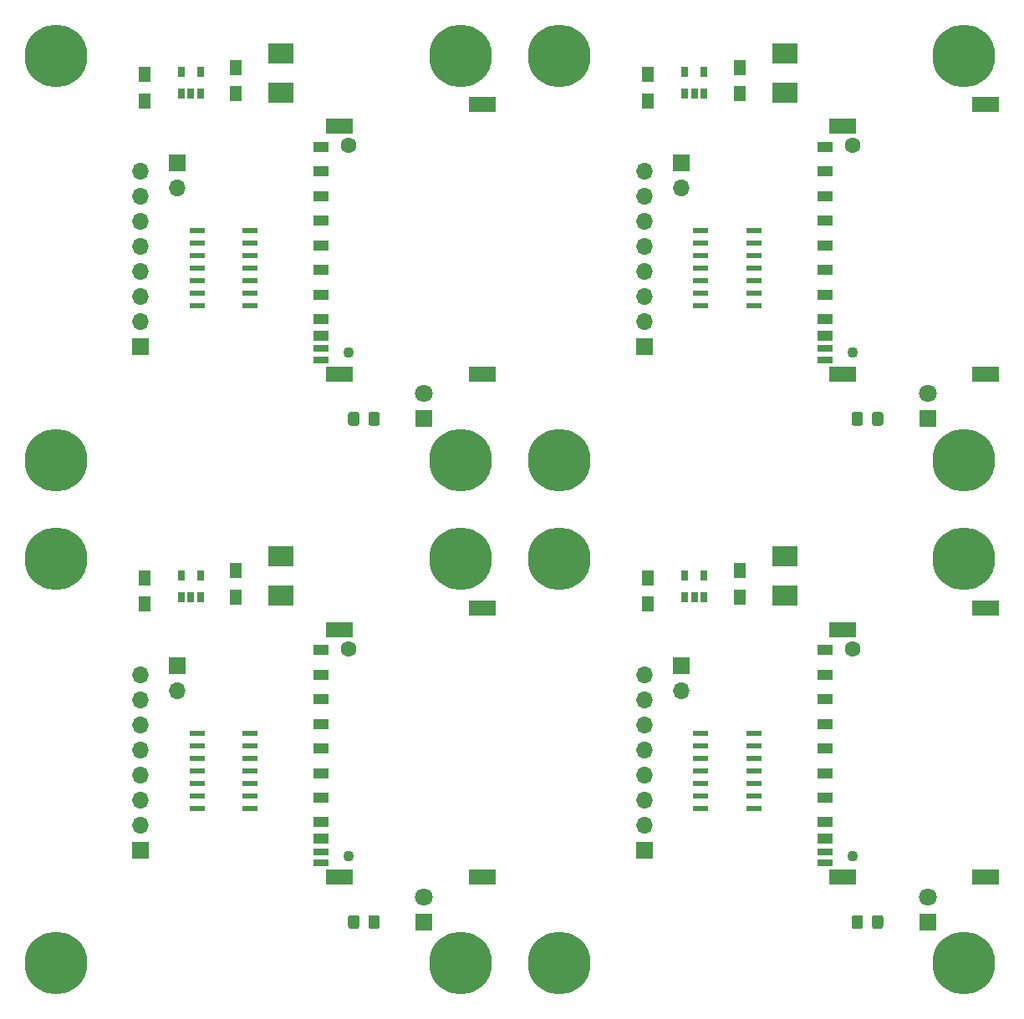
<source format=gts>
%MOIN*%
%OFA0B0*%
%FSLAX46Y46*%
%IPPOS*%
%LPD*%
%ADD10C,0.25*%
%ADD11R,0.0984251968503937X0.07874015748031496*%
%ADD12R,0.051181102362204731X0.059055118110236227*%
%ADD13R,0.070866141732283464X0.070866141732283464*%
%ADD14C,0.070866141732283464*%
%ADD15R,0.059055118110236227X0.027559055118110236*%
%ADD16C,0.062992125984251982*%
%ADD17R,0.059055118110236227X0.03937007874015748*%
%ADD18R,0.11023622047244094X0.059055118110236227*%
%ADD19C,0.043307086614173235*%
%ADD20R,0.025590551181102365X0.041732283464566935*%
%ADD21R,0.066929133858267723X0.066929133858267723*%
%ADD22O,0.066929133858267723X0.066929133858267723*%
%ADD23R,0.059055118110236227X0.023622047244094488*%
%ADD34C,0.25*%
%ADD35R,0.0984251968503937X0.07874015748031496*%
%ADD36R,0.051181102362204731X0.059055118110236227*%
%ADD37R,0.070866141732283464X0.070866141732283464*%
%ADD38C,0.070866141732283464*%
%ADD39R,0.059055118110236227X0.027559055118110236*%
%ADD40C,0.062992125984251982*%
%ADD41R,0.059055118110236227X0.03937007874015748*%
%ADD42R,0.11023622047244094X0.059055118110236227*%
%ADD43C,0.043307086614173235*%
%ADD44R,0.025590551181102365X0.041732283464566935*%
%ADD45R,0.066929133858267723X0.066929133858267723*%
%ADD46O,0.066929133858267723X0.066929133858267723*%
%ADD47R,0.059055118110236227X0.023622047244094488*%
%ADD48C,0.25*%
%ADD49R,0.0984251968503937X0.07874015748031496*%
%ADD50R,0.051181102362204731X0.059055118110236227*%
%ADD51R,0.070866141732283464X0.070866141732283464*%
%ADD52C,0.070866141732283464*%
%ADD53R,0.059055118110236227X0.027559055118110236*%
%ADD54C,0.062992125984251982*%
%ADD55R,0.059055118110236227X0.03937007874015748*%
%ADD56R,0.11023622047244094X0.059055118110236227*%
%ADD57C,0.043307086614173235*%
%ADD58R,0.025590551181102365X0.041732283464566935*%
%ADD59R,0.066929133858267723X0.066929133858267723*%
%ADD60O,0.066929133858267723X0.066929133858267723*%
%ADD61R,0.059055118110236227X0.023622047244094488*%
%ADD62C,0.25*%
%ADD63R,0.0984251968503937X0.07874015748031496*%
%ADD64R,0.051181102362204731X0.059055118110236227*%
%ADD65R,0.070866141732283464X0.070866141732283464*%
%ADD66C,0.070866141732283464*%
%ADD67R,0.059055118110236227X0.027559055118110236*%
%ADD68C,0.062992125984251982*%
%ADD69R,0.059055118110236227X0.03937007874015748*%
%ADD70R,0.11023622047244094X0.059055118110236227*%
%ADD71C,0.043307086614173235*%
%ADD72R,0.025590551181102365X0.041732283464566935*%
%ADD73R,0.066929133858267723X0.066929133858267723*%
%ADD74O,0.066929133858267723X0.066929133858267723*%
%ADD75R,0.059055118110236227X0.023622047244094488*%
G01*
D10*
X-0000393700Y0002322834D02*
X0000157480Y0000157480D03*
X0001771653Y0000157480D03*
X0001771653Y0001771653D03*
X0000157480Y0001771653D03*
D11*
X0001056299Y0001781574D03*
X0001056299Y0001624094D03*
D12*
X0000876299Y0001725984D03*
X0000876299Y0001619685D03*
X0000510551Y0001697165D03*
X0000510551Y0001590866D03*
D13*
X0001626299Y0000322834D03*
D14*
X0001626299Y0000422834D03*
D15*
X0001216062Y0000557992D03*
X0001216062Y0000602874D03*
D16*
X0001326299Y0001413110D03*
D17*
X0001216062Y0001211535D03*
X0001216062Y0001309960D03*
X0001216062Y0001113110D03*
X0001216062Y0001014685D03*
X0001216062Y0000916259D03*
X0001216062Y0000817834D03*
X0001216062Y0000722559D03*
X0001216062Y0000655629D03*
X0001216062Y0001408385D03*
D18*
X0001286929Y0001489881D03*
X0001286929Y0000501692D03*
X0001857795Y0000501692D03*
X0001857795Y0001576496D03*
D19*
X0001326299Y0000586338D03*
G36*
G01*
X0001323307Y0000305118D02*
X0001323307Y0000340551D01*
G75*
G02*
X0001333149Y0000350393I0000009842D01*
G01*
X0001358740Y0000350393D01*
G75*
G02*
X0001368582Y0000340551J-0000009842D01*
G01*
X0001368582Y0000305118D01*
G75*
G02*
X0001358740Y0000295275I-0000009842D01*
G01*
X0001333149Y0000295275D01*
G75*
G02*
X0001323307Y0000305118J0000009842D01*
G01*
G37*
G36*
G01*
X0001404015Y0000305118D02*
X0001404015Y0000340551D01*
G75*
G02*
X0001413858Y0000350393I0000009842D01*
G01*
X0001439448Y0000350393D01*
G75*
G02*
X0001449291Y0000340551J-0000009842D01*
G01*
X0001449291Y0000305118D01*
G75*
G02*
X0001439448Y0000295275I-0000009842D01*
G01*
X0001413858Y0000295275D01*
G75*
G02*
X0001404015Y0000305118J0000009842D01*
G01*
G37*
D20*
X0000658897Y0001619527D03*
X0000696299Y0001619527D03*
X0000733700Y0001619527D03*
X0000733700Y0001706141D03*
X0000658897Y0001706141D03*
D21*
X0000496062Y0000610236D03*
D22*
X0000496062Y0000710236D03*
X0000496062Y0000810236D03*
X0000496062Y0000910236D03*
X0000496062Y0001010236D03*
X0000496062Y0001110236D03*
X0000496062Y0001210236D03*
X0000496062Y0001310236D03*
D23*
X0000933070Y0000775196D03*
X0000933070Y0000825196D03*
X0000933070Y0000875196D03*
X0000933070Y0000925196D03*
X0000933070Y0000975196D03*
X0000933070Y0001025196D03*
X0000933070Y0001075196D03*
X0000720472Y0001075196D03*
X0000720472Y0001025196D03*
X0000720472Y0000975196D03*
X0000720472Y0000925196D03*
X0000720472Y0000875196D03*
X0000720472Y0000825196D03*
X0000720472Y0000775196D03*
D21*
X0000642716Y0001345472D03*
D22*
X0000642716Y0001245472D03*
G04 next file*
G04 #@! TF.GenerationSoftware,KiCad,Pcbnew,(5.1.10)-1*
G04 #@! TF.CreationDate,2021-09-22T18:41:59-04:00*
G04 #@! TF.ProjectId,SD_CARD_X49,53445f43-4152-4445-9f58-34392e6b6963,1*
G04 #@! TF.SameCoordinates,Original*
G04 #@! TF.FileFunction,Soldermask,Top*
G04 #@! TF.FilePolarity,Negative*
G04 Gerber Fmt 4.6, Leading zero omitted, Abs format (unit mm)*
G04 Created by KiCad (PCBNEW (5.1.10)-1) date 2021-09-22 18:41:59*
G01*
G04 APERTURE LIST*
G04 APERTURE END LIST*
D34*
X0001614173Y0002322834D02*
X0002165354Y0000157480D03*
X0003779527Y0000157480D03*
X0003779527Y0001771653D03*
X0002165354Y0001771653D03*
D35*
X0003064173Y0001781574D03*
X0003064173Y0001624094D03*
D36*
X0002884173Y0001725984D03*
X0002884173Y0001619685D03*
X0002518425Y0001697165D03*
X0002518425Y0001590866D03*
D37*
X0003634173Y0000322834D03*
D38*
X0003634173Y0000422834D03*
D39*
X0003223937Y0000557992D03*
X0003223937Y0000602874D03*
D40*
X0003334173Y0001413110D03*
D41*
X0003223937Y0001211535D03*
X0003223937Y0001309960D03*
X0003223937Y0001113110D03*
X0003223937Y0001014685D03*
X0003223937Y0000916259D03*
X0003223937Y0000817834D03*
X0003223937Y0000722559D03*
X0003223937Y0000655629D03*
X0003223937Y0001408385D03*
D42*
X0003294803Y0001489881D03*
X0003294803Y0000501692D03*
X0003865669Y0000501692D03*
X0003865669Y0001576496D03*
D43*
X0003334173Y0000586338D03*
G36*
G01*
X0003331181Y0000305118D02*
X0003331181Y0000340551D01*
G75*
G02*
X0003341023Y0000350393I0000009842D01*
G01*
X0003366614Y0000350393D01*
G75*
G02*
X0003376456Y0000340551J-0000009842D01*
G01*
X0003376456Y0000305118D01*
G75*
G02*
X0003366614Y0000295275I-0000009842D01*
G01*
X0003341023Y0000295275D01*
G75*
G02*
X0003331181Y0000305118J0000009842D01*
G01*
G37*
G36*
G01*
X0003411889Y0000305118D02*
X0003411889Y0000340551D01*
G75*
G02*
X0003421732Y0000350393I0000009842D01*
G01*
X0003447322Y0000350393D01*
G75*
G02*
X0003457165Y0000340551J-0000009842D01*
G01*
X0003457165Y0000305118D01*
G75*
G02*
X0003447322Y0000295275I-0000009842D01*
G01*
X0003421732Y0000295275D01*
G75*
G02*
X0003411889Y0000305118J0000009842D01*
G01*
G37*
D44*
X0002666771Y0001619527D03*
X0002704173Y0001619527D03*
X0002741574Y0001619527D03*
X0002741574Y0001706141D03*
X0002666771Y0001706141D03*
D45*
X0002503937Y0000610236D03*
D46*
X0002503937Y0000710236D03*
X0002503937Y0000810236D03*
X0002503937Y0000910236D03*
X0002503937Y0001010236D03*
X0002503937Y0001110236D03*
X0002503937Y0001210236D03*
X0002503937Y0001310236D03*
D47*
X0002940944Y0000775196D03*
X0002940944Y0000825196D03*
X0002940944Y0000875196D03*
X0002940944Y0000925196D03*
X0002940944Y0000975196D03*
X0002940944Y0001025196D03*
X0002940944Y0001075196D03*
X0002728346Y0001075196D03*
X0002728346Y0001025196D03*
X0002728346Y0000975196D03*
X0002728346Y0000925196D03*
X0002728346Y0000875196D03*
X0002728346Y0000825196D03*
X0002728346Y0000775196D03*
D45*
X0002650590Y0001345472D03*
D46*
X0002650590Y0001245472D03*
G04 next file*
G04 #@! TF.GenerationSoftware,KiCad,Pcbnew,(5.1.10)-1*
G04 #@! TF.CreationDate,2021-09-22T18:41:59-04:00*
G04 #@! TF.ProjectId,SD_CARD_X49,53445f43-4152-4445-9f58-34392e6b6963,1*
G04 #@! TF.SameCoordinates,Original*
G04 #@! TF.FileFunction,Soldermask,Top*
G04 #@! TF.FilePolarity,Negative*
G04 Gerber Fmt 4.6, Leading zero omitted, Abs format (unit mm)*
G04 Created by KiCad (PCBNEW (5.1.10)-1) date 2021-09-22 18:41:59*
G01*
G04 APERTURE LIST*
G04 APERTURE END LIST*
D48*
X-0000393700Y0004330708D02*
X0000157480Y0002165354D03*
X0001771653Y0002165354D03*
X0001771653Y0003779527D03*
X0000157480Y0003779527D03*
D49*
X0001056299Y0003789448D03*
X0001056299Y0003631968D03*
D50*
X0000876299Y0003733858D03*
X0000876299Y0003627559D03*
X0000510551Y0003705039D03*
X0000510551Y0003598740D03*
D51*
X0001626299Y0002330708D03*
D52*
X0001626299Y0002430708D03*
D53*
X0001216062Y0002565866D03*
X0001216062Y0002610748D03*
D54*
X0001326299Y0003420984D03*
D55*
X0001216062Y0003219409D03*
X0001216062Y0003317834D03*
X0001216062Y0003120984D03*
X0001216062Y0003022559D03*
X0001216062Y0002924133D03*
X0001216062Y0002825708D03*
X0001216062Y0002730433D03*
X0001216062Y0002663503D03*
X0001216062Y0003416259D03*
D56*
X0001286929Y0003497755D03*
X0001286929Y0002509566D03*
X0001857795Y0002509566D03*
X0001857795Y0003584370D03*
D57*
X0001326299Y0002594212D03*
G36*
G01*
X0001323307Y0002312992D02*
X0001323307Y0002348425D01*
G75*
G02*
X0001333149Y0002358267I0000009842D01*
G01*
X0001358740Y0002358267D01*
G75*
G02*
X0001368582Y0002348425J-0000009842D01*
G01*
X0001368582Y0002312992D01*
G75*
G02*
X0001358740Y0002303149I-0000009842D01*
G01*
X0001333149Y0002303149D01*
G75*
G02*
X0001323307Y0002312992J0000009842D01*
G01*
G37*
G36*
G01*
X0001404015Y0002312992D02*
X0001404015Y0002348425D01*
G75*
G02*
X0001413858Y0002358267I0000009842D01*
G01*
X0001439448Y0002358267D01*
G75*
G02*
X0001449291Y0002348425J-0000009842D01*
G01*
X0001449291Y0002312992D01*
G75*
G02*
X0001439448Y0002303149I-0000009842D01*
G01*
X0001413858Y0002303149D01*
G75*
G02*
X0001404015Y0002312992J0000009842D01*
G01*
G37*
D58*
X0000658897Y0003627401D03*
X0000696299Y0003627401D03*
X0000733700Y0003627401D03*
X0000733700Y0003714015D03*
X0000658897Y0003714015D03*
D59*
X0000496062Y0002618110D03*
D60*
X0000496062Y0002718110D03*
X0000496062Y0002818110D03*
X0000496062Y0002918110D03*
X0000496062Y0003018110D03*
X0000496062Y0003118110D03*
X0000496062Y0003218110D03*
X0000496062Y0003318110D03*
D61*
X0000933070Y0002783070D03*
X0000933070Y0002833070D03*
X0000933070Y0002883070D03*
X0000933070Y0002933070D03*
X0000933070Y0002983070D03*
X0000933070Y0003033070D03*
X0000933070Y0003083070D03*
X0000720472Y0003083070D03*
X0000720472Y0003033070D03*
X0000720472Y0002983070D03*
X0000720472Y0002933070D03*
X0000720472Y0002883070D03*
X0000720472Y0002833070D03*
X0000720472Y0002783070D03*
D59*
X0000642716Y0003353346D03*
D60*
X0000642716Y0003253346D03*
G04 next file*
G04 #@! TF.GenerationSoftware,KiCad,Pcbnew,(5.1.10)-1*
G04 #@! TF.CreationDate,2021-09-22T18:41:59-04:00*
G04 #@! TF.ProjectId,SD_CARD_X49,53445f43-4152-4445-9f58-34392e6b6963,1*
G04 #@! TF.SameCoordinates,Original*
G04 #@! TF.FileFunction,Soldermask,Top*
G04 #@! TF.FilePolarity,Negative*
G04 Gerber Fmt 4.6, Leading zero omitted, Abs format (unit mm)*
G04 Created by KiCad (PCBNEW (5.1.10)-1) date 2021-09-22 18:41:59*
G01*
G04 APERTURE LIST*
G04 APERTURE END LIST*
D62*
X0001614173Y0004330708D02*
X0002165354Y0002165354D03*
X0003779527Y0002165354D03*
X0003779527Y0003779527D03*
X0002165354Y0003779527D03*
D63*
X0003064173Y0003789448D03*
X0003064173Y0003631968D03*
D64*
X0002884173Y0003733858D03*
X0002884173Y0003627559D03*
X0002518425Y0003705039D03*
X0002518425Y0003598740D03*
D65*
X0003634173Y0002330708D03*
D66*
X0003634173Y0002430708D03*
D67*
X0003223937Y0002565866D03*
X0003223937Y0002610748D03*
D68*
X0003334173Y0003420984D03*
D69*
X0003223937Y0003219409D03*
X0003223937Y0003317834D03*
X0003223937Y0003120984D03*
X0003223937Y0003022559D03*
X0003223937Y0002924133D03*
X0003223937Y0002825708D03*
X0003223937Y0002730433D03*
X0003223937Y0002663503D03*
X0003223937Y0003416259D03*
D70*
X0003294803Y0003497755D03*
X0003294803Y0002509566D03*
X0003865669Y0002509566D03*
X0003865669Y0003584370D03*
D71*
X0003334173Y0002594212D03*
G36*
G01*
X0003331181Y0002312992D02*
X0003331181Y0002348425D01*
G75*
G02*
X0003341023Y0002358267I0000009842D01*
G01*
X0003366614Y0002358267D01*
G75*
G02*
X0003376456Y0002348425J-0000009842D01*
G01*
X0003376456Y0002312992D01*
G75*
G02*
X0003366614Y0002303149I-0000009842D01*
G01*
X0003341023Y0002303149D01*
G75*
G02*
X0003331181Y0002312992J0000009842D01*
G01*
G37*
G36*
G01*
X0003411889Y0002312992D02*
X0003411889Y0002348425D01*
G75*
G02*
X0003421732Y0002358267I0000009842D01*
G01*
X0003447322Y0002358267D01*
G75*
G02*
X0003457165Y0002348425J-0000009842D01*
G01*
X0003457165Y0002312992D01*
G75*
G02*
X0003447322Y0002303149I-0000009842D01*
G01*
X0003421732Y0002303149D01*
G75*
G02*
X0003411889Y0002312992J0000009842D01*
G01*
G37*
D72*
X0002666771Y0003627401D03*
X0002704173Y0003627401D03*
X0002741574Y0003627401D03*
X0002741574Y0003714015D03*
X0002666771Y0003714015D03*
D73*
X0002503937Y0002618110D03*
D74*
X0002503937Y0002718110D03*
X0002503937Y0002818110D03*
X0002503937Y0002918110D03*
X0002503937Y0003018110D03*
X0002503937Y0003118110D03*
X0002503937Y0003218110D03*
X0002503937Y0003318110D03*
D75*
X0002940944Y0002783070D03*
X0002940944Y0002833070D03*
X0002940944Y0002883070D03*
X0002940944Y0002933070D03*
X0002940944Y0002983070D03*
X0002940944Y0003033070D03*
X0002940944Y0003083070D03*
X0002728346Y0003083070D03*
X0002728346Y0003033070D03*
X0002728346Y0002983070D03*
X0002728346Y0002933070D03*
X0002728346Y0002883070D03*
X0002728346Y0002833070D03*
X0002728346Y0002783070D03*
D73*
X0002650590Y0003353346D03*
D74*
X0002650590Y0003253346D03*
M02*
</source>
